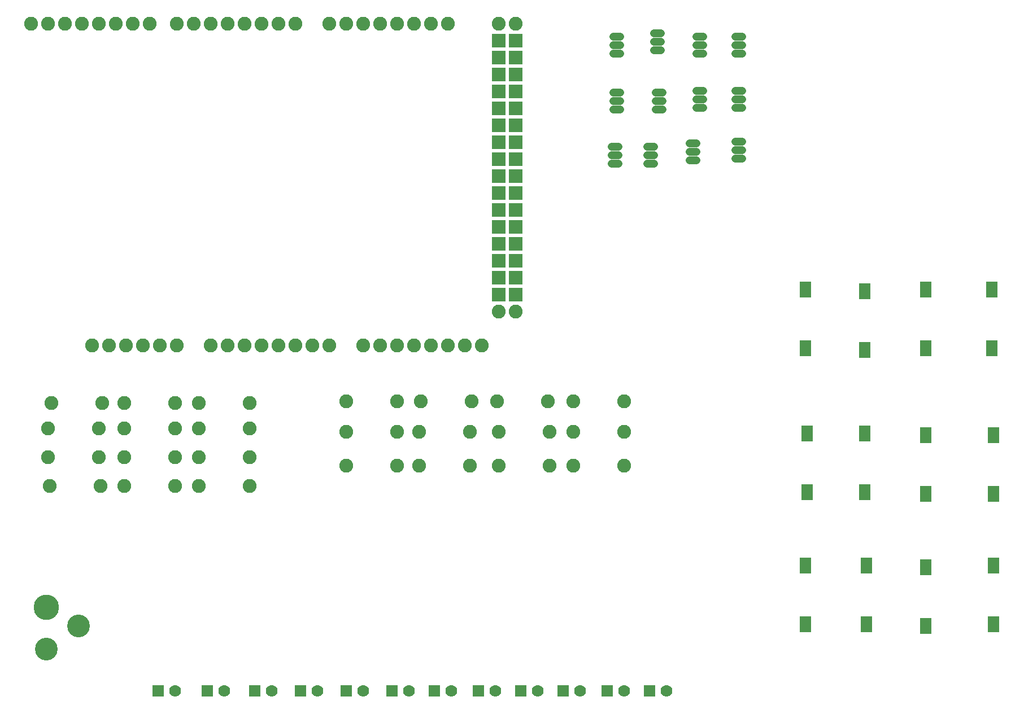
<source format=gts>
G04 ---------------------------- Layer name :TOP SOLDER LAYER*
G04 EasyEDA v5.4.11, Sat, 12 May 2018 19:29:08 GMT*
G04 dca06a4066c74d719eec436680ae0180*
G04 Gerber Generator version 0.2*
G04 Scale: 100 percent, Rotated: No, Reflected: No *
G04 Dimensions in inches *
G04 leading zeros omitted , absolute positions ,2 integer and 4 decimal *
%FSLAX24Y24*%
%MOIN*%
G90*
G70D02*

%ADD13R,0.068000X0.098000*%
%ADD14C,0.082000*%
%ADD15R,0.070000X0.070000*%
%ADD16C,0.070000*%
%ADD17C,0.149700*%
%ADD18C,0.134000*%
%ADD19R,0.082000X0.082000*%
%ADD20C,0.047370*%

%LPD*%
G54D20*
G01X36846Y40450D02*
G01X36453Y40450D01*
G01X36846Y39950D02*
G01X36453Y39950D01*
G01X36846Y39450D02*
G01X36453Y39450D01*
G01X39246Y40650D02*
G01X38853Y40650D01*
G01X39246Y40150D02*
G01X38853Y40150D01*
G01X39246Y39650D02*
G01X38853Y39650D01*
G01X41746Y40450D02*
G01X41353Y40450D01*
G01X41746Y39950D02*
G01X41353Y39950D01*
G01X41746Y39450D02*
G01X41353Y39450D01*
G01X36846Y37150D02*
G01X36453Y37150D01*
G01X36846Y36650D02*
G01X36453Y36650D01*
G01X36846Y36150D02*
G01X36453Y36150D01*
G01X39346Y37150D02*
G01X38953Y37150D01*
G01X39346Y36650D02*
G01X38953Y36650D01*
G01X39346Y36150D02*
G01X38953Y36150D01*
G01X41746Y37250D02*
G01X41353Y37250D01*
G01X41746Y36750D02*
G01X41353Y36750D01*
G01X41746Y36250D02*
G01X41353Y36250D01*
G01X44046Y37250D02*
G01X43653Y37250D01*
G01X44046Y36750D02*
G01X43653Y36750D01*
G01X44046Y36250D02*
G01X43653Y36250D01*
G01X44046Y34250D02*
G01X43653Y34250D01*
G01X44046Y33750D02*
G01X43653Y33750D01*
G01X44046Y33250D02*
G01X43653Y33250D01*
G01X41346Y34150D02*
G01X40953Y34150D01*
G01X41346Y33650D02*
G01X40953Y33650D01*
G01X41346Y33150D02*
G01X40953Y33150D01*
G01X36746Y33950D02*
G01X36353Y33950D01*
G01X36746Y33450D02*
G01X36353Y33450D01*
G01X36746Y32950D02*
G01X36353Y32950D01*
G01X44046Y40450D02*
G01X43653Y40450D01*
G01X44046Y39950D02*
G01X43653Y39950D01*
G01X44046Y39450D02*
G01X43653Y39450D01*
G01X38846Y33950D02*
G01X38453Y33950D01*
G01X38846Y33450D02*
G01X38453Y33450D01*
G01X38846Y32950D02*
G01X38453Y32950D01*
G54D14*
G01X20700Y18900D03*
G01X23700Y18900D03*
G01X25100Y18900D03*
G01X28100Y18900D03*
G01X29600Y18900D03*
G01X32600Y18900D03*
G01X34100Y18900D03*
G01X37100Y18900D03*
G01X20700Y17100D03*
G01X23700Y17100D03*
G01X25000Y17100D03*
G01X28000Y17100D03*
G01X29700Y17100D03*
G01X32700Y17100D03*
G01X34100Y17100D03*
G01X37100Y17100D03*
G01X20700Y15100D03*
G01X23700Y15100D03*
G01X25000Y15100D03*
G01X28000Y15100D03*
G01X29700Y15100D03*
G01X32700Y15100D03*
G01X34100Y15100D03*
G01X37100Y15100D03*
G54D13*
G01X47800Y25500D03*
G01X47800Y22055D03*
G54D14*
G01X3300Y18800D03*
G01X6300Y18800D03*
G01X3100Y17300D03*
G01X6100Y17300D03*
G01X3100Y15600D03*
G01X6100Y15600D03*
G01X3200Y13900D03*
G01X6200Y13900D03*
G01X7600Y18800D03*
G01X10600Y18800D03*
G01X7600Y17300D03*
G01X10600Y17300D03*
G01X7600Y15600D03*
G01X10600Y15600D03*
G01X7600Y13900D03*
G01X10600Y13900D03*
G01X12000Y18800D03*
G01X15000Y18800D03*
G01X12000Y17300D03*
G01X15000Y17300D03*
G54D15*
G01X9600Y1800D03*
G54D16*
G01X10600Y1800D03*
G54D15*
G01X12500Y1800D03*
G54D16*
G01X13500Y1800D03*
G54D15*
G01X15300Y1800D03*
G54D16*
G01X16300Y1800D03*
G54D15*
G01X20700Y1800D03*
G54D16*
G01X21700Y1800D03*
G54D15*
G01X23400Y1800D03*
G54D16*
G01X24400Y1800D03*
G54D15*
G01X25900Y1800D03*
G54D16*
G01X26900Y1800D03*
G54D15*
G01X28500Y1800D03*
G54D16*
G01X29500Y1800D03*
G54D15*
G01X31000Y1800D03*
G54D16*
G01X32000Y1800D03*
G54D15*
G01X33500Y1800D03*
G54D16*
G01X34500Y1800D03*
G54D15*
G01X36100Y1800D03*
G54D16*
G01X37100Y1800D03*
G54D15*
G01X38600Y1800D03*
G54D16*
G01X39600Y1800D03*
G54D14*
G01X12000Y13900D03*
G01X15000Y13900D03*
G54D13*
G01X51300Y25400D03*
G01X51300Y21955D03*
G01X54900Y25500D03*
G01X54900Y22055D03*
G01X58800Y25500D03*
G01X58800Y22055D03*
G01X47900Y17000D03*
G01X47900Y13555D03*
G01X51300Y17000D03*
G01X51300Y13555D03*
G01X54900Y16900D03*
G01X54900Y13455D03*
G01X58900Y16900D03*
G01X58900Y13455D03*
G01X47800Y9200D03*
G01X47800Y5755D03*
G01X51400Y9200D03*
G01X51400Y5755D03*
G01X54900Y9100D03*
G01X54900Y5655D03*
G01X58900Y9200D03*
G01X58900Y5755D03*
G54D14*
G01X12000Y15600D03*
G01X15000Y15600D03*
G54D15*
G01X18000Y1800D03*
G54D16*
G01X19000Y1800D03*
G54D17*
G01X3000Y6750D03*
G54D18*
G01X3000Y4290D03*
G01X4889Y5630D03*
G54D14*
G01X22700Y22200D03*
G01X23700Y22200D03*
G01X24700Y22200D03*
G01X25700Y22200D03*
G01X26700Y22200D03*
G01X27700Y22200D03*
G01X28700Y22200D03*
G01X21700Y22200D03*
G01X20700Y41200D03*
G01X21700Y41200D03*
G01X22700Y41200D03*
G01X23700Y41200D03*
G01X24700Y41200D03*
G01X25700Y41200D03*
G01X26700Y41200D03*
G01X19700Y41200D03*
G01X13700Y22200D03*
G01X14700Y22200D03*
G01X15700Y22200D03*
G01X16700Y22200D03*
G01X17700Y22200D03*
G01X18700Y22200D03*
G01X19700Y22200D03*
G01X12700Y22200D03*
G01X11700Y41200D03*
G01X12700Y41200D03*
G01X13700Y41200D03*
G01X14700Y41200D03*
G01X15700Y41200D03*
G01X16700Y41200D03*
G01X17700Y41200D03*
G01X10700Y41200D03*
G01X3100Y41200D03*
G01X4100Y41200D03*
G01X5100Y41200D03*
G01X6100Y41200D03*
G01X7100Y41200D03*
G01X8100Y41200D03*
G01X9100Y41200D03*
G01X2100Y41200D03*
G54D19*
G01X30700Y33200D03*
G01X29700Y33200D03*
G01X30700Y34200D03*
G01X29700Y34200D03*
G01X30700Y35200D03*
G01X29700Y35200D03*
G01X30700Y36200D03*
G01X29700Y36200D03*
G01X30700Y37200D03*
G01X29700Y37200D03*
G01X30700Y38200D03*
G01X29700Y38200D03*
G01X30700Y39200D03*
G01X29700Y39200D03*
G01X30700Y40200D03*
G01X29700Y40200D03*
G01X30700Y25200D03*
G01X29700Y25200D03*
G01X30700Y26200D03*
G01X29700Y26200D03*
G01X30700Y27200D03*
G01X29700Y27200D03*
G01X30700Y28200D03*
G01X29700Y28200D03*
G01X30700Y29200D03*
G01X29700Y29200D03*
G01X30700Y30200D03*
G01X29700Y30200D03*
G01X30700Y31200D03*
G01X29700Y31200D03*
G01X30700Y32200D03*
G01X29700Y32200D03*
G54D14*
G01X29700Y24200D03*
G01X30700Y24200D03*
G01X29700Y41200D03*
G01X30700Y41200D03*
G01X5700Y22200D03*
G01X6700Y22200D03*
G01X7700Y22200D03*
G01X8700Y22200D03*
G01X9700Y22200D03*
G01X10700Y22200D03*
M00*
M02*

</source>
